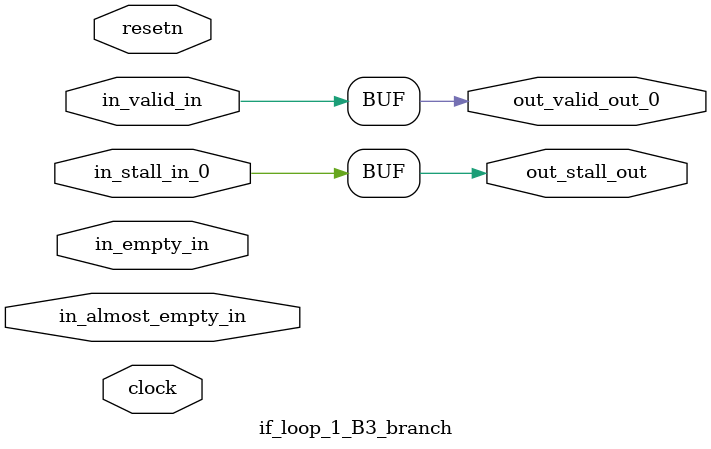
<source format=sv>



(* altera_attribute = "-name AUTO_SHIFT_REGISTER_RECOGNITION OFF; -name MESSAGE_DISABLE 10036; -name MESSAGE_DISABLE 10037; -name MESSAGE_DISABLE 14130; -name MESSAGE_DISABLE 14320; -name MESSAGE_DISABLE 15400; -name MESSAGE_DISABLE 14130; -name MESSAGE_DISABLE 10036; -name MESSAGE_DISABLE 12020; -name MESSAGE_DISABLE 12030; -name MESSAGE_DISABLE 12010; -name MESSAGE_DISABLE 12110; -name MESSAGE_DISABLE 14320; -name MESSAGE_DISABLE 13410; -name MESSAGE_DISABLE 113007; -name MESSAGE_DISABLE 10958" *)
module if_loop_1_B3_branch (
    input wire [0:0] in_almost_empty_in,
    input wire [0:0] in_empty_in,
    input wire [0:0] in_stall_in_0,
    input wire [0:0] in_valid_in,
    output wire [0:0] out_stall_out,
    output wire [0:0] out_valid_out_0,
    input wire clock,
    input wire resetn
    );

    reg [0:0] rst_sync_rst_sclrn;


    // out_stall_out(GPOUT,6)
    assign out_stall_out = in_stall_in_0;

    // out_valid_out_0(GPOUT,7)
    assign out_valid_out_0 = in_valid_in;

    // rst_sync(RESETSYNC,8)
    acl_reset_handler #(
        .ASYNC_RESET(0),
        .USE_SYNCHRONIZER(1),
        .PULSE_EXTENSION(0),
        .PIPE_DEPTH(3),
        .DUPLICATE(1)
    ) therst_sync (
        .clk(clock),
        .i_resetn(resetn),
        .o_sclrn(rst_sync_rst_sclrn)
    );

endmodule

</source>
